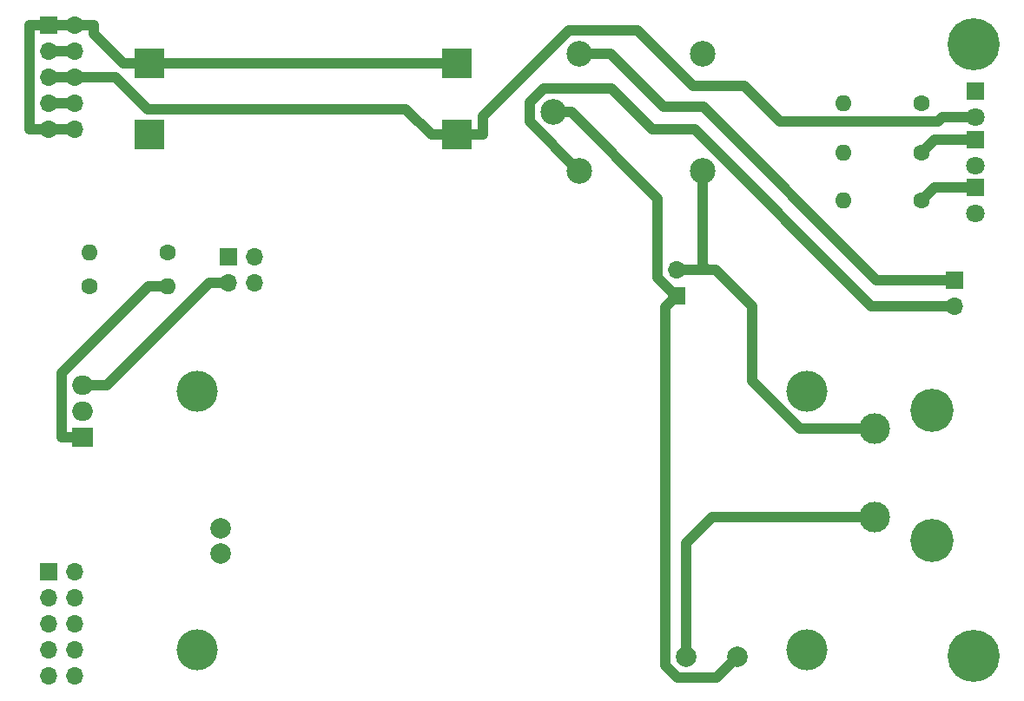
<source format=gbr>
%TF.GenerationSoftware,KiCad,Pcbnew,(6.0.4)*%
%TF.CreationDate,2022-06-04T07:26:48+03:00*%
%TF.ProjectId,PSU2,50535532-2e6b-4696-9361-645f70636258,rev?*%
%TF.SameCoordinates,Original*%
%TF.FileFunction,Copper,L1,Top*%
%TF.FilePolarity,Positive*%
%FSLAX46Y46*%
G04 Gerber Fmt 4.6, Leading zero omitted, Abs format (unit mm)*
G04 Created by KiCad (PCBNEW (6.0.4)) date 2022-06-04 07:26:48*
%MOMM*%
%LPD*%
G01*
G04 APERTURE LIST*
%TA.AperFunction,ComponentPad*%
%ADD10C,4.200000*%
%TD*%
%TA.AperFunction,ComponentPad*%
%ADD11C,3.000000*%
%TD*%
%TA.AperFunction,ComponentPad*%
%ADD12C,5.080000*%
%TD*%
%TA.AperFunction,ComponentPad*%
%ADD13C,1.600000*%
%TD*%
%TA.AperFunction,ComponentPad*%
%ADD14O,1.600000X1.600000*%
%TD*%
%TA.AperFunction,ComponentPad*%
%ADD15R,1.700000X1.700000*%
%TD*%
%TA.AperFunction,ComponentPad*%
%ADD16O,1.700000X1.700000*%
%TD*%
%TA.AperFunction,ComponentPad*%
%ADD17C,2.500000*%
%TD*%
%TA.AperFunction,ComponentPad*%
%ADD18R,2.000000X1.905000*%
%TD*%
%TA.AperFunction,ComponentPad*%
%ADD19O,2.000000X1.905000*%
%TD*%
%TA.AperFunction,ComponentPad*%
%ADD20R,1.800000X1.800000*%
%TD*%
%TA.AperFunction,ComponentPad*%
%ADD21C,1.800000*%
%TD*%
%TA.AperFunction,ComponentPad*%
%ADD22C,4.000000*%
%TD*%
%TA.AperFunction,ComponentPad*%
%ADD23C,2.000000*%
%TD*%
%TA.AperFunction,ComponentPad*%
%ADD24R,3.000000X3.000000*%
%TD*%
%TA.AperFunction,Conductor*%
%ADD25C,1.016000*%
%TD*%
G04 APERTURE END LIST*
D10*
%TO.P,J3,*%
%TO.N,*%
X193675000Y-122682000D03*
X193675000Y-135382000D03*
D11*
%TO.P,J3,1,Pin_1*%
%TO.N,LINE*%
X188087000Y-124460000D03*
%TO.P,J3,2,Pin_2*%
%TO.N,NEUT*%
X188087000Y-133096000D03*
%TD*%
D12*
%TO.P,H1,*%
%TO.N,*%
X197739000Y-86995000D03*
%TD*%
D13*
%TO.P,R2,1*%
%TO.N,Net-(R2-Pad1)*%
X119126000Y-107315000D03*
D14*
%TO.P,R2,2*%
%TO.N,GND*%
X111506000Y-107315000D03*
%TD*%
D15*
%TO.P,J1,1,Pin_1*%
%TO.N,Net-(J1-Pad1)*%
X195834000Y-109982000D03*
D16*
%TO.P,J1,2,Pin_2*%
%TO.N,Net-(J1-Pad2)*%
X195834000Y-112522000D03*
%TD*%
D17*
%TO.P,K1,1*%
%TO.N,LINE*%
X171323000Y-99314000D03*
%TO.P,K1,2*%
%TO.N,unconnected-(K1-Pad2)*%
X171323000Y-87884000D03*
%TO.P,K1,3*%
%TO.N,Net-(J1-Pad2)*%
X159258000Y-99314000D03*
%TO.P,K1,4*%
%TO.N,Net-(J1-Pad1)*%
X159258000Y-87884000D03*
%TO.P,K1,5*%
%TO.N,Net-(J2-Pad1)*%
X156718000Y-93599000D03*
%TD*%
D15*
%TO.P,J4,1,Pin_1*%
%TO.N,Net-(J4-Pad1)*%
X125095000Y-107696000D03*
D16*
%TO.P,J4,2,Pin_2*%
%TO.N,/+5V*%
X127635000Y-107696000D03*
%TO.P,J4,3,Pin_3*%
%TO.N,Net-(J4-Pad3)*%
X125095000Y-110236000D03*
%TO.P,J4,4,Pin_4*%
%TO.N,/+5V*%
X127635000Y-110236000D03*
%TD*%
D18*
%TO.P,U1,1,ADJ*%
%TO.N,Net-(R2-Pad1)*%
X110871000Y-125349000D03*
D19*
%TO.P,U1,2,VO*%
%TO.N,/+3.3V*%
X110871000Y-122809000D03*
%TO.P,U1,3,VI*%
%TO.N,Net-(J4-Pad3)*%
X110871000Y-120269000D03*
%TD*%
D13*
%TO.P,R4,1*%
%TO.N,/+3.3V*%
X111506000Y-110617000D03*
D14*
%TO.P,R4,2*%
%TO.N,Net-(R2-Pad1)*%
X119126000Y-110617000D03*
%TD*%
D20*
%TO.P,D2,1,K*%
%TO.N,Net-(D2-Pad1)*%
X197866000Y-96261000D03*
D21*
%TO.P,D2,2,A*%
%TO.N,/+5V*%
X197866000Y-98801000D03*
%TD*%
D22*
%TO.P,PS2,*%
%TO.N,*%
X181495000Y-120892000D03*
X121995000Y-146092000D03*
X121995000Y-120892000D03*
X181495000Y-146092000D03*
D23*
%TO.P,PS2,1,AC/N*%
%TO.N,NEUT*%
X169695000Y-146792000D03*
%TO.P,PS2,2,AC/L*%
%TO.N,Net-(J2-Pad1)*%
X174695000Y-146792000D03*
%TO.P,PS2,3,-Vo*%
%TO.N,GND*%
X124295000Y-136692000D03*
%TO.P,PS2,4,+Vo*%
%TO.N,/+5V*%
X124295000Y-134192000D03*
%TD*%
D15*
%TO.P,J2,1,Pin_1*%
%TO.N,Net-(J2-Pad1)*%
X168783000Y-111511000D03*
D16*
%TO.P,J2,2,Pin_2*%
%TO.N,LINE*%
X168783000Y-108971000D03*
%TD*%
D20*
%TO.P,D3,1,K*%
%TO.N,Net-(D3-Pad1)*%
X197866000Y-100960000D03*
D21*
%TO.P,D3,2,A*%
%TO.N,/+3.3V*%
X197866000Y-103500000D03*
%TD*%
D13*
%TO.P,R3,1*%
%TO.N,Net-(D2-Pad1)*%
X192659000Y-97536000D03*
D14*
%TO.P,R3,2*%
%TO.N,GND*%
X185039000Y-97536000D03*
%TD*%
D20*
%TO.P,D1,1,K*%
%TO.N,Net-(D1-Pad1)*%
X197866000Y-91567000D03*
D21*
%TO.P,D1,2,A*%
%TO.N,/+12V*%
X197866000Y-94107000D03*
%TD*%
D13*
%TO.P,R1,1*%
%TO.N,Net-(D1-Pad1)*%
X192659000Y-92710000D03*
D14*
%TO.P,R1,2*%
%TO.N,GND*%
X185039000Y-92710000D03*
%TD*%
D15*
%TO.P,J5,1,Pin_1*%
%TO.N,GND*%
X107569000Y-85090000D03*
D16*
%TO.P,J5,2,Pin_2*%
X110109000Y-85090000D03*
%TO.P,J5,3,Pin_3*%
%TO.N,/+5V*%
X107569000Y-87630000D03*
%TO.P,J5,4,Pin_4*%
X110109000Y-87630000D03*
%TO.P,J5,5,Pin_5*%
%TO.N,/+12V*%
X107569000Y-90170000D03*
%TO.P,J5,6,Pin_6*%
X110109000Y-90170000D03*
%TO.P,J5,7,Pin_7*%
%TO.N,/+3.3V*%
X107569000Y-92710000D03*
%TO.P,J5,8,Pin_8*%
X110109000Y-92710000D03*
%TO.P,J5,9,Pin_9*%
%TO.N,GND*%
X107569000Y-95250000D03*
%TO.P,J5,10,Pin_10*%
X110109000Y-95250000D03*
%TD*%
D15*
%TO.P,J6,1,Pin_1*%
%TO.N,unconnected-(J6-Pad1)*%
X107564000Y-138435000D03*
D16*
%TO.P,J6,2,Pin_2*%
%TO.N,unconnected-(J6-Pad2)*%
X110104000Y-138435000D03*
%TO.P,J6,3,Pin_3*%
%TO.N,unconnected-(J6-Pad3)*%
X107564000Y-140975000D03*
%TO.P,J6,4,Pin_4*%
%TO.N,unconnected-(J6-Pad4)*%
X110104000Y-140975000D03*
%TO.P,J6,5,Pin_5*%
%TO.N,unconnected-(J6-Pad5)*%
X107564000Y-143515000D03*
%TO.P,J6,6,Pin_6*%
%TO.N,unconnected-(J6-Pad6)*%
X110104000Y-143515000D03*
%TO.P,J6,7,Pin_7*%
%TO.N,unconnected-(J6-Pad7)*%
X107564000Y-146055000D03*
%TO.P,J6,8,Pin_8*%
%TO.N,unconnected-(J6-Pad8)*%
X110104000Y-146055000D03*
%TO.P,J6,9,Pin_9*%
%TO.N,unconnected-(J6-Pad9)*%
X107564000Y-148595000D03*
%TO.P,J6,10,Pin_10*%
%TO.N,unconnected-(J6-Pad10)*%
X110104000Y-148595000D03*
%TD*%
D13*
%TO.P,R5,1*%
%TO.N,Net-(D3-Pad1)*%
X192659000Y-102235000D03*
D14*
%TO.P,R5,2*%
%TO.N,GND*%
X185039000Y-102235000D03*
%TD*%
D24*
%TO.P,PS1,1,-Vin*%
%TO.N,GND*%
X117376000Y-88816000D03*
%TO.P,PS1,2,+Vin*%
%TO.N,Net-(J4-Pad1)*%
X117376000Y-95816000D03*
%TO.P,PS1,3,-Vout*%
%TO.N,GND*%
X147376000Y-88816000D03*
%TO.P,PS1,4,+Vout*%
%TO.N,/+12V*%
X147376000Y-95816000D03*
%TD*%
D12*
%TO.P,H2,*%
%TO.N,*%
X197739000Y-146685000D03*
%TD*%
D25*
%TO.N,/+12V*%
X175362600Y-91037000D02*
X178866200Y-94540600D01*
X178866200Y-94540600D02*
X194279400Y-94540600D01*
X164935000Y-85597400D02*
X170374600Y-91037000D01*
X149892300Y-95816000D02*
X149892300Y-94007400D01*
X142343400Y-93299700D02*
X117187500Y-93299700D01*
X194279400Y-94540600D02*
X194713000Y-94107000D01*
X147376000Y-95816000D02*
X149892300Y-95816000D01*
X146117900Y-95816000D02*
X144859700Y-95816000D01*
X144859700Y-95816000D02*
X142343400Y-93299700D01*
X158302300Y-85597400D02*
X164935000Y-85597400D01*
X194713000Y-94107000D02*
X197866000Y-94107000D01*
X110109000Y-90170000D02*
X107569000Y-90170000D01*
X117187500Y-93299700D02*
X114057800Y-90170000D01*
X170374600Y-91037000D02*
X175362600Y-91037000D01*
X146117900Y-95816000D02*
X147376000Y-95816000D01*
X114057800Y-90170000D02*
X110109000Y-90170000D01*
X149892300Y-94007400D02*
X158302300Y-85597400D01*
%TO.N,Net-(D2-Pad1)*%
X193934000Y-96261000D02*
X197866000Y-96261000D01*
X192659000Y-97536000D02*
X193934000Y-96261000D01*
%TO.N,/+5V*%
X110109000Y-87630000D02*
X107569000Y-87630000D01*
%TO.N,Net-(D3-Pad1)*%
X193934000Y-100960000D02*
X197866000Y-100960000D01*
X192659000Y-102235000D02*
X193934000Y-100960000D01*
%TO.N,/+3.3V*%
X110109000Y-92710000D02*
X107569000Y-92710000D01*
%TO.N,Net-(J1-Pad2)*%
X155789600Y-91304400D02*
X162450800Y-91304400D01*
X162450800Y-91304400D02*
X166443500Y-95297100D01*
X170548800Y-95297100D02*
X187773700Y-112522000D01*
X154423300Y-92670700D02*
X155789600Y-91304400D01*
X159258000Y-99314000D02*
X159187200Y-99314000D01*
X154423300Y-94550100D02*
X154423300Y-92670700D01*
X166443500Y-95297100D02*
X170548800Y-95297100D01*
X187773700Y-112522000D02*
X195834000Y-112522000D01*
X159187200Y-99314000D02*
X154423300Y-94550100D01*
%TO.N,Net-(J2-Pad1)*%
X174695000Y-146792000D02*
X172679000Y-148808000D01*
X168860000Y-148808000D02*
X167679000Y-147627000D01*
X156718000Y-93599000D02*
X158486000Y-93599000D01*
X167679000Y-112615000D02*
X168783000Y-111511000D01*
X166917000Y-109744000D02*
X168685000Y-111511000D01*
X166917000Y-102031000D02*
X166917000Y-109744000D01*
X158486000Y-93599000D02*
X166917000Y-102031000D01*
X168685000Y-111511000D02*
X168783000Y-111511000D01*
X167679000Y-147627000D02*
X167679000Y-112615000D01*
X172679000Y-148808000D02*
X168860000Y-148808000D01*
%TO.N,LINE*%
X188087000Y-124460000D02*
X180798000Y-124460000D01*
X171323000Y-99314000D02*
X171323000Y-108595000D01*
X172598000Y-108971000D02*
X171699000Y-108971000D01*
X171699000Y-108971000D02*
X168783000Y-108971000D01*
X171323000Y-108595000D02*
X171699000Y-108971000D01*
X176149000Y-112522000D02*
X172598000Y-108971000D01*
X176149000Y-119811000D02*
X176149000Y-112522000D01*
X180798000Y-124460000D02*
X176149000Y-119811000D01*
%TO.N,NEUT*%
X169672000Y-135636000D02*
X169695000Y-135659000D01*
X188087000Y-133096000D02*
X172212000Y-133096000D01*
X172212000Y-133096000D02*
X169672000Y-135636000D01*
X169695000Y-135659000D02*
X169695000Y-146792000D01*
%TO.N,GND*%
X117376000Y-88816000D02*
X114859700Y-88816000D01*
X111975300Y-85931600D02*
X111975300Y-85090000D01*
X110109000Y-85090000D02*
X107569000Y-85090000D01*
X147376000Y-88816000D02*
X117376000Y-88816000D01*
X114859700Y-88816000D02*
X111975300Y-85931600D01*
X107569000Y-85090000D02*
X105702700Y-85090000D01*
X107569000Y-95250000D02*
X105702700Y-95250000D01*
X105702700Y-85090000D02*
X105702700Y-95250000D01*
X110109000Y-95250000D02*
X107569000Y-95250000D01*
X110109000Y-85090000D02*
X111975300Y-85090000D01*
%TO.N,Net-(J1-Pad1)*%
X195834000Y-109982000D02*
X188241800Y-109982000D01*
X171360200Y-93100400D02*
X167522800Y-93100400D01*
X188241800Y-109982000D02*
X171360200Y-93100400D01*
X167522800Y-93100400D02*
X162306400Y-87884000D01*
X162306400Y-87884000D02*
X159258000Y-87884000D01*
%TO.N,Net-(J4-Pad3)*%
X110871000Y-120269000D02*
X113195700Y-120269000D01*
X125095000Y-110236000D02*
X123228700Y-110236000D01*
X113195700Y-120269000D02*
X123228700Y-110236000D01*
%TO.N,Net-(R2-Pad1)*%
X110871000Y-125349000D02*
X108854700Y-125349000D01*
X117309700Y-110617000D02*
X108854700Y-119072000D01*
X108854700Y-119072000D02*
X108854700Y-125349000D01*
X119126000Y-110617000D02*
X117309700Y-110617000D01*
%TD*%
M02*

</source>
